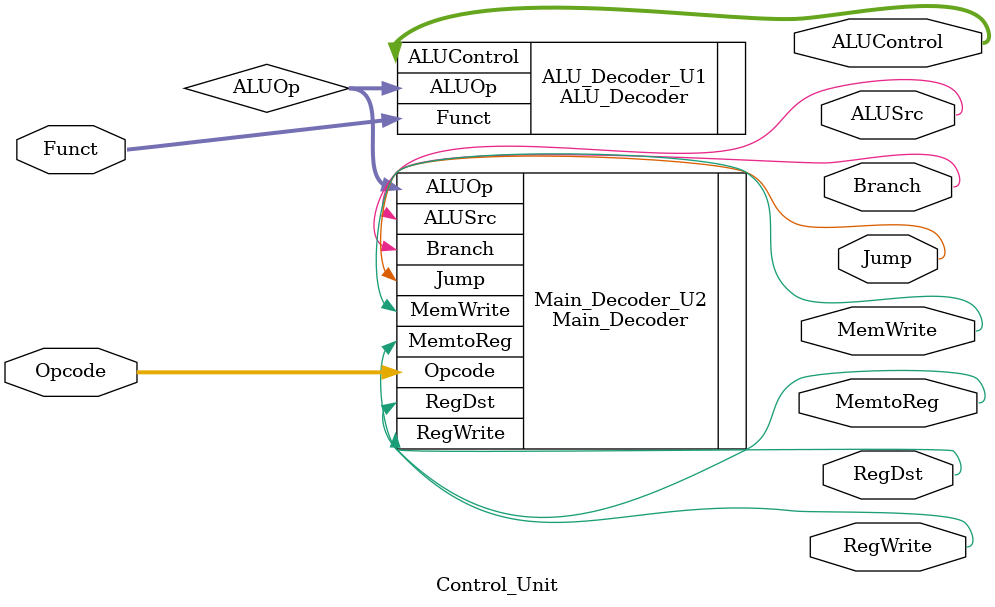
<source format=v>
module Control_Unit #(
parameter   Funct_width = 6 ,
            Opcode_width = 6 ,  
            ALU_Control_width = 3 ,
            ALU_OP_width = 2
) (
input wire [Opcode_width-1:0]       Opcode,
input wire [Funct_width-1:0]        Funct,

output wire                         RegWrite,
output wire                         MemtoReg,
output wire                         MemWrite,
output wire [ALU_Control_width-1:0] ALUControl,
output wire                         ALUSrc,
output wire                         RegDst,
output wire                         Jump,
output wire                         Branch
);

wire       [ALU_OP_width-1:0]        ALUOp;

ALU_Decoder   ALU_Decoder_U1 (
.Funct(Funct),
.ALUOp(ALUOp),
.ALUControl(ALUControl)
);


Main_Decoder  Main_Decoder_U2 (
.Opcode(Opcode),    
.Jump(Jump),
.MemtoReg(MemtoReg),
.MemWrite(MemWrite),
.Branch(Branch),
.ALUSrc(ALUSrc),
.RegDst(RegDst),
.RegWrite(RegWrite),
.ALUOp(ALUOp)
);


endmodule

</source>
